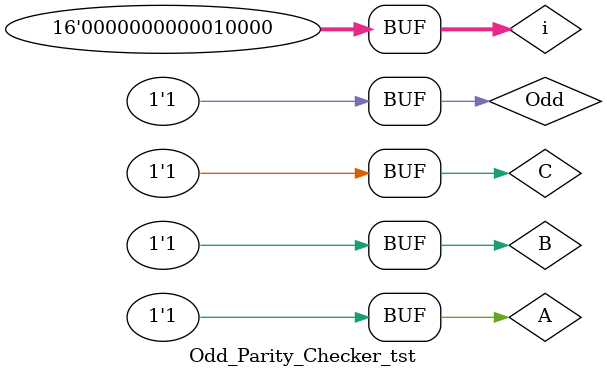
<source format=v>
`timescale 1ns / 1ps


module Odd_Parity_Checker_tst;

	// Inputs
	reg A;
	reg B;
	reg C;
	reg Odd;

	// Outputs
	wire P;
	reg [15:0] i;

	// Instantiate the Unit Under Test (UUT)
	Odd_Parity_Checker uut (
		.P(P), 
		.A(A), 
		.B(B), 
		.C(C), 
		.Odd(Odd)
	);

	initial begin
		// Initialize Inputs
		A = 0;
		B = 0;
		C = 0;
		Odd = 0;

		// Wait 100 ns for global reset to finish
		#100;
		for(i=0;i<16;i=i+1)
		begin
		{A,B,C,Odd}=i;
		#100;
		end
        
		// Add stimulus here

	end
      
endmodule


</source>
